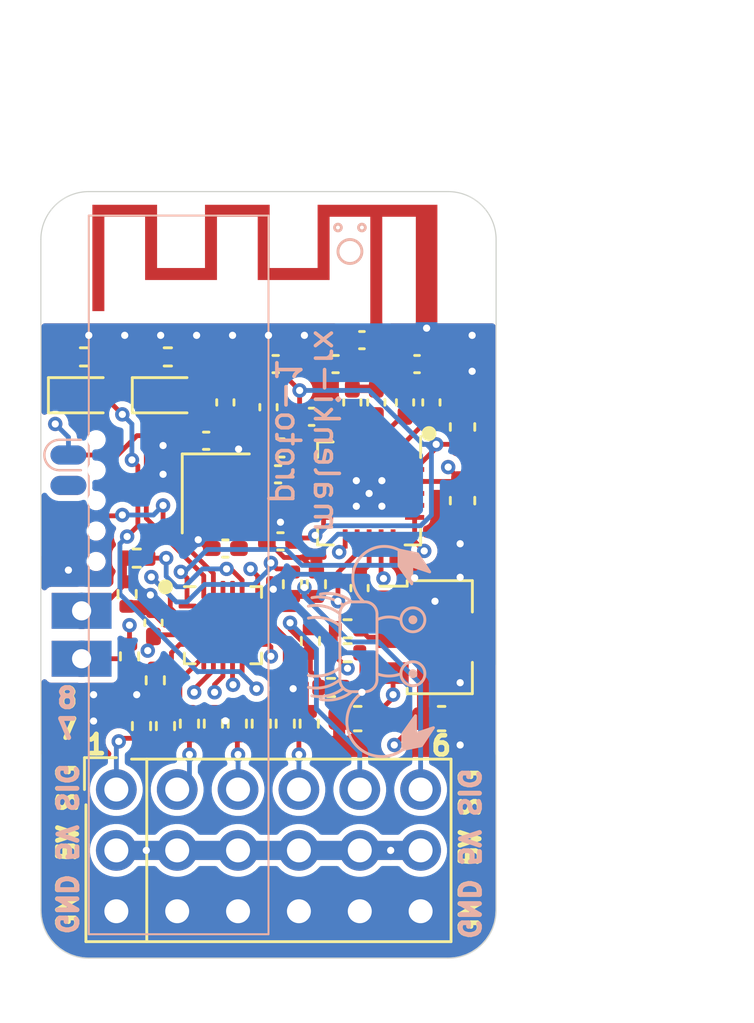
<source format=kicad_pcb>
(kicad_pcb (version 20241229) (generator "pcbnew") (generator_version "9.0")
  (title_block (title "Malenki-RX") (date "2026-01-03") (comment 4 "AISLER Project ID: JLTFPPLF"))
  (layers (0 "F.Cu" signal) (4 "In1.Cu" signal) (6 "In2.Cu" signal) (2 "B.Cu" signal) (13 "F.Paste" user) (15 "B.Paste" user) (5 "F.SilkS" user "F.Silkscreen") (7 "B.SilkS" user "B.Silkscreen") (1 "F.Mask" user) (3 "B.Mask" user) (25 "Edge.Cuts" user))
  (net 0 "")
  (net 1 "GND")
  (net 2 "/radio/ANT")
  (net 3 "VBAT")
  (net 4 "/radio/IMPMATCH")
  (net 5 "/radio/RFI")
  (net 6 "/radio/RFO")
  (net 7 "/radio/REGOA")
  (net 8 "/radio/VDA2")
  (net 9 "Net-(U1-XO)")
  (net 10 "Net-(U1-XI)")
  (net 11 "Net-(U1-RSSI)")
  (net 12 "Net-(U1-BPBG)")
  (net 13 "Net-(U1-VT)")
  (net 14 "Net-(C19-Pad1)")
  (net 15 "VLOGIC")
  (net 16 "Net-(U1-VDD_D)")
  (net 17 "TXDEBUG")
  (net 18 "Net-(D1-K)")
  (net 19 "UPDI")
  (net 20 "Net-(D2-K)")
  (net 23 "CH7")
  (net 24 "CH8")
  (net 25 "CH3")
  (net 26 "CH2")
  (net 27 "CH4")
  (net 28 "CH6")
  (net 29 "CH1")
  (net 30 "CH5")
  (net 33 "VSENSE")
  (net 35 "/C7")
  (net 36 "GIO1")
  (net 37 "SPI_SDIO")
  (net 38 "SPI_SCK")
  (net 39 "SPI_SCS")
  (net 40 "/C8")
  (net 41 "/C4")
  (net 42 "/C1")
  (net 43 "BLINKY")
  (net 44 "/C5")
  (net 45 "/C2")
  (net 46 "/C6")
  (net 47 "/C3")
  (footprint "Resistor_SMD:R_0402_1005Metric" (layer "F.Cu") (at 100.8 68.75)
    (property "Reference" "R4" (hide yes))
    (property "Value" "10k")
  )
  (footprint "Capacitor_SMD:C_0402_1005Metric_Pad0.74x0.62mm_HandSolder" (layer "F.Cu") (at 95.7 64.4 180)
    (property "Reference" "C14" (hide yes))
    (property "Value" "10pF")
  )
  (footprint "Resistor_SMD:R_0402_1005Metric" (layer "F.Cu") (at 99.5 65.89 90)
    (property "Reference" "R15" (hide yes))
    (property "Value" "10k" (hide yes))
  )
  (footprint "Resistor_SMD:R_0402_1005Metric" (layer "F.Cu") (at 97.2 71.71 90)
    (property "Reference" "R14" (hide yes))
    (property "Value" "470R" (hide yes))
  )
  (footprint "Resistor_SMD:R_0402_1005Metric" (layer "F.Cu") (at 93.3 56.4)
    (property "Reference" "R2" (hide yes))
    (property "Value" "1k")
  )
  (footprint "Package_DFN_QFN:VQFN-20-1EP_3x3mm_P0.4mm_EP1.7x1.7mm" (layer "F.Cu") (at 95.6 67.6)
    (property "Reference" "U3" (hide yes))
    (property "Value" "ATTiny1616-MNR")
  )
  (footprint "Capacitor_SMD:C_0402_1005Metric_Pad0.74x0.62mm_HandSolder" (layer "F.Cu") (at 94.9 59.9)
    (property "Reference" "C15" (hide yes))
    (property "Value" "10pF")
  )
  (footprint "malenki-nano:wirepad_2" (layer "F.Cu") (at 89.7 68 -90)
    (property "Reference" "J3" (hide yes))
    (property "Value" "Conn_01x02" (hide yes))
  )
  (footprint "Inductor_SMD:L_0402_1005Metric_Pad0.77x0.64mm_HandSolder" (layer "F.Cu") (at 99.3 58.9 180)
    (property "Reference" "L3" (hide yes))
    (property "Value" "4.7nH")
  )
  (footprint "new-moop-items:ServoHeader_3x06_P2.54mm_Vertical" (layer "F.Cu") (at 91.15 79.54 90)
    (property "Reference" "J4" (hide yes))
    (property "Value" "Conn_03x06")
  )
  (footprint "LED_SMD:LED_0603_1608Metric" (layer "F.Cu") (at 93.3 58)
    (property "Reference" "D2" (hide yes))
    (property "Value" "LED Red")
  )
  (footprint "Resistor_SMD:R_0402_1005Metric" (layer "F.Cu") (at 100.11 70.2)
    (property "Reference" "R18" (hide yes))
    (property "Value" "10k" (hide yes))
  )
  (footprint "Capacitor_SMD:C_0402_1005Metric_Pad0.74x0.62mm_HandSolder" (layer "F.Cu") (at 92.7 67.5 90)
    (property "Reference" "C4" (hide yes))
    (property "Value" "100nF")
  )
  (footprint "Capacitor_SMD:C_0402_1005Metric_Pad0.74x0.62mm_HandSolder" (layer "F.Cu") (at 103.2 58.3 90)
    (property "Reference" "C17" (hide yes))
    (property "Value" "100nF")
  )
  (footprint "Inductor_SMD:L_0402_1005Metric_Pad0.77x0.64mm_HandSolder" (layer "F.Cu") (at 103.7 56.7)
    (property "Reference" "L2" (hide yes))
    (property "Value" "4.7nH")
  )
  (footprint "Resistor_SMD:R_0402_1005Metric" (layer "F.Cu") (at 92 64.8)
    (property "Reference" "R6" (hide yes))
    (property "Value" "470R")
  )
  (footprint "Resistor_SMD:R_0402_1005Metric" (layer "F.Cu") (at 92.2 71.81 90)
    (property "Reference" "R16" (hide yes))
    (property "Value" "10k" (hide yes))
  )
  (footprint "Resistor_SMD:R_0402_1005Metric" (layer "F.Cu") (at 99.2 71.71 90)
    (property "Reference" "R12" (hide yes))
    (property "Value" "470R" (hide yes))
  )
  (footprint "Resistor_SMD:R_0402_1005Metric" (layer "F.Cu") (at 96.2 71.71 90)
    (property "Reference" "R20" (hide yes))
    (property "Value" "10k" (hide yes))
  )
  (footprint "Capacitor_SMD:C_0402_1005Metric_Pad0.74x0.62mm_HandSolder" (layer "F.Cu") (at 101 58.3 -90)
    (property "Reference" "C11" (hide yes))
    (property "Value" "10pF")
  )
  (footprint "Resistor_SMD:R_0402_1005Metric" (layer "F.Cu") (at 98.5 65.89 90)
    (property "Reference" "R9" (hide yes))
    (property "Value" "470R" (hide yes))
  )
  (footprint "Capacitor_SMD:C_0402_1005Metric_Pad0.74x0.62mm_HandSolder" (layer "F.Cu") (at 104.3 58.3 90)
    (property "Reference" "C16" (hide yes))
    (property "Value" "100nF")
  )
  (footprint "Resistor_SMD:R_0402_1005Metric" (layer "F.Cu") (at 91.6 66.3 -90)
    (property "Reference" "R8" (hide yes))
    (property "Value" "10k")
  )
  (footprint "Inductor_SMD:L_0402_1005Metric_Pad0.77x0.64mm_HandSolder" (layer "F.Cu") (at 101.4 55.7 180)
    (property "Reference" "L1" (hide yes))
    (property "Value" "2.7nH")
  )
  (footprint "Capacitor_SMD:C_0402_1005Metric_Pad0.74x0.62mm_HandSolder" (layer "F.Cu") (at 98 64.1 180)
    (property "Reference" "C22" (hide yes))
    (property "Value" "100nF")
  )
  (footprint "Capacitor_SMD:C_0402_1005Metric_Pad0.74x0.62mm_HandSolder" (layer "F.Cu") (at 97.5 58.5 90)
    (property "Reference" "C13" (hide yes))
    (property "Value" "100nF")
  )
  (footprint "Capacitor_SMD:C_0603_1608Metric" (layer "F.Cu") (at 101.225 71.5 180)
    (property "Reference" "C3" (hide yes))
    (property "Value" "10uF 25V" (hide yes))
  )
  (footprint "Resistor_SMD:R_0402_1005Metric" (layer "F.Cu") (at 94.2 71.71 90)
    (property "Reference" "R13" (hide yes))
    (property "Value" "470R" (hide yes))
  )
  (footprint "Resistor_SMD:R_0402_1005Metric" (layer "F.Cu") (at 93.2 71.81 90)
    (property "Reference" "R11" (hide yes))
    (property "Value" "470R" (hide yes))
  )
  (footprint "Resistor_SMD:R_0402_1005Metric" (layer "F.Cu") (at 92.775 69.9 -90)
    (property "Reference" "R7" (hide yes))
    (property "Value" "10k")
  )
  (footprint "Capacitor_SMD:C_0603_1608Metric" (layer "F.Cu") (at 104.725 71.5)
    (property "Reference" "C2" (hide yes))
    (property "Value" "10uF 25V" (hide yes))
  )
  (footprint "malenki-nano:malenki_antenna" (layer "F.Cu") (at 102 55.2)
    (property "Reference" "AE1" (hide yes))
    (property "Value" "~" (hide yes))
  )
  (footprint "Capacitor_SMD:C_0603_1608Metric" (layer "F.Cu") (at 105.6 59.325 90)
    (property "Reference" "C20" (hide yes))
    (property "Value" "2.2uF" (hide yes))
  )
  (footprint "Capacitor_SMD:C_0402_1005Metric_Pad0.74x0.62mm_HandSolder" (layer "F.Cu") (at 97.8 56.7 180)
    (property "Reference" "C12" (hide yes))
    (property "Value" "100nF")
  )
  (footprint "Capacitor_SMD:C_0402_1005Metric_Pad0.74x0.62mm_HandSolder" (layer "F.Cu") (at 101.3 66.05 -90)
    (property "Reference" "C23" (hide yes))
    (property "Value" "100nF")
  )
  (footprint "Resistor_SMD:R_0402_1005Metric" (layer "F.Cu") (at 98 60.2)
    (property "Reference" "R25" (hide yes))
    (property "Value" "200R")
  )
  (footprint "Capacitor_SMD:C_0603_1608Metric" (layer "F.Cu") (at 105.6 62.4 -90)
    (property "Reference" "C21" (hide yes))
    (property "Value" "2.2uF" (hide yes))
  )
  (footprint "Resistor_SMD:R_0402_1005Metric" (layer "F.Cu") (at 91.7 68.9 90)
    (property "Reference" "R5" (hide yes))
    (property "Value" "470R")
  )
  (footprint "Capacitor_SMD:C_0402_1005Metric_Pad0.74x0.62mm_HandSolder" (layer "F.Cu") (at 102 58.3 -90)
    (property "Reference" "C10" (hide yes))
    (property "Value" "22pF")
  )
  (footprint "Capacitor_SMD:C_0402_1005Metric_Pad0.74x0.62mm_HandSolder" (layer "F.Cu") (at 97.9 61.3)
    (property "Reference" "C18" (hide yes))
    (property "Value" "560pF")
  )
  (footprint "Resistor_SMD:R_0402_1005Metric" (layer "F.Cu") (at 98.2 71.71 90)
    (property "Reference" "R19" (hide yes))
    (property "Value" "10k" (hide yes))
  )
  (footprint "Capacitor_SMD:C_0402_1005Metric_Pad0.74x0.62mm_HandSolder" (layer "F.Cu") (at 100.3 56.7 180)
    (property "Reference" "C9" (hide yes))
    (property "Value" "1pF")
  )
  (footprint "Resistor_SMD:R_0402_1005Metric" (layer "F.Cu") (at 100.8 67.75 180)
    (property "Reference" "R3" (hide yes))
    (property "Value" "100k")
  )
  (footprint "Resistor_SMD:R_0402_1005Metric" (layer "F.Cu") (at 89.8 56.4)
    (property "Reference" "R1" (hide yes))
    (property "Value" "470R")
  )
  (footprint "Capacitor_SMD:C_0402_1005Metric_Pad0.74x0.62mm_HandSolder" (layer "F.Cu") (at 95.7 58.3 90)
    (property "Reference" "C19" (hide yes))
    (property "Value" "10nF")
  )
  (footprint "Crystal:Crystal_SMD_2520-4Pin_2.5x2.0mm" (layer "F.Cu") (at 95.3 62.1 -90)
    (property "Reference" "Y1" (hide yes))
    (property "Value" "16mhz Seiko Epson Q24FA20H0051200" (hide yes))
  )
  (footprint "Package_TO_SOT_SMD:SOT-89-3" (layer "F.Cu") (at 104.35 68.1)
    (property "Reference" "U2" (hide yes))
    (property "Value" "AP2204RA-3.3TRG1")
  )
  (footprint "Resistor_SMD:R_0402_1005Metric" (layer "F.Cu") (at 95.2 71.71 90)
    (property "Reference" "R17" (hide yes))
    (property "Value" "10k" (hide yes))
  )
  (footprint "Resistor_SMD:R_0402_1005Metric" (layer "F.Cu") (at 99.25 68.26 90)
    (property "Reference" "R10" (hide yes))
    (property "Value" "470R" (hide yes))
  )
  (footprint "LED_SMD:LED_0603_1608Metric" (layer "F.Cu") (at 89.8 58)
    (property "Reference" "D1" (hide yes))
    (property "Value" "LED Blue")
  )
  (footprint "malenki-nano:a7105-QFN-20" (layer "F.Cu") (at 101.7 62.1 -90)
    (property "Reference" "U1" (hide yes))
    (property "Value" "A7105" (hide yes))
  )
  (footprint "new-moop-items:Crab" (layer "B.Cu") (at 101.75 68.5 90)
    (property "Reference" "REF**" (hide yes))
    (property "Value" "Crab" (hide yes))
  )
  (footprint "malenki-nano:SOIC_clipProgSmall" (layer "B.Cu") (at 88.4 62.4 90)
    (property "Reference" "J2" (hide yes))
    (property "Value" "Conn_01x08_Male" (hide yes))
  )
  (gr_circle (center 93.2 66) (end 93.45 66) (stroke (width 0.12)) (fill yes) (layer "F.SilkS"))
  (gr_circle (center 104.2 59.6) (end 104.45 59.6) (stroke (width 0.12)) (fill yes) (layer "F.SilkS"))
  (gr_line (start 97.5 50.5) (end 97.5 80.5) (stroke (width 0.08382)) (layer "B.SilkS"))
  (gr_circle (center 100.4 51) (end 100.5 51.1) (stroke (width 0.12)) (fill no) (layer "B.SilkS"))
  (gr_circle (center 101.4 51) (end 101.5 51.1) (stroke (width 0.12)) (fill no) (layer "B.SilkS"))
  (gr_line (start 90 50.5) (end 97.5 50.5) (stroke (width 0.08382)) (layer "B.SilkS"))
  (gr_line (start 97.5 80.5) (end 90 80.5) (stroke (width 0.08382)) (layer "B.SilkS"))
  (gr_arc (start 100.4 52) (mid 101.4 52) (end 100.4 52) (stroke (width 0.12)) (layer "B.SilkS"))
  (gr_line (start 90 80.5) (end 90 50.5) (stroke (width 0.08382)) (layer "B.SilkS"))
  (gr_arc (start 88 51.5) (mid 88.585786 50.085786) (end 90 49.5) (stroke (width 0.05)) (layer "Edge.Cuts"))
  (gr_line (start 90 49.5) (end 105 49.5) (stroke (width 0.05)) (layer "Edge.Cuts"))
  (gr_arc (start 90 81.5) (mid 88.585786 80.914214) (end 88 79.5) (stroke (width 0.05)) (layer "Edge.Cuts"))
  (gr_line (start 88 79.5) (end 88 51.5) (stroke (width 0.05)) (layer "Edge.Cuts"))
  (gr_line (start 105 81.5) (end 90 81.5) (stroke (width 0.05)) (layer "Edge.Cuts"))
  (gr_arc (start 107 79.5) (mid 106.414214 80.914214) (end 105 81.5) (stroke (width 0.05)) (layer "Edge.Cuts"))
  (gr_line (start 107 51.5) (end 107 79.5) (stroke (width 0.05)) (layer "Edge.Cuts"))
  (gr_arc (start 105 49.5) (mid 106.414214 50.085786) (end 107 51.5) (stroke (width 0.05)) (layer "Edge.Cuts"))
  (gr_text "1" (at 89.8 73.05 0) (layer "F.SilkS") (effects (font (size 0.8 0.8) (thickness 0.2) (bold yes)) (justify left bottom)))
  (gr_text "6" (at 104.2 73.1 0) (layer "F.SilkS") (effects (font (size 0.8 0.8) (thickness 0.2) (bold yes)) (justify left bottom)))
  (gr_text "GND 5V SIG" (at 89.6 80.6 90) (layer "F.SilkS") (effects (font (size 0.8 0.8) (thickness 0.2) (bold yes)) (justify left bottom)))
  (gr_text "8\n7" (at 88.6 72.4 0) (layer "F.SilkS") (effects (font (size 0.8 0.8) (thickness 0.2) (bold yes)) (justify left bottom)))
  (gr_text "GND 5V SIG" (at 106.4 80.8 90) (layer "F.SilkS") (effects (font (size 0.8 0.8) (thickness 0.2) (bold yes)) (justify left bottom)))
  (gr_text "malenki-rx\nproto-1" (at 100.5 59.5 270) (layer "B.SilkS") (effects (font (size 1 1)) (justify top mirror)))
  (gr_text "GND 5V SIG" (at 88.6 80.6 270) (layer "B.SilkS") (effects (font (size 0.8 0.8) (thickness 0.2) (bold yes)) (justify left bottom mirror)))
  (gr_text "8\n7" (at 89.6 72.4 0) (layer "B.SilkS") (effects (font (size 0.8 0.8) (thickness 0.2) (bold yes)) (justify left bottom mirror)))
  (gr_text "GND 5V SIG" (at 105.4 80.8 270) (layer "B.SilkS") (effects (font (size 0.8 0.8) (thickness 0.2) (bold yes)) (justify left bottom mirror)))
  (segment (start 96.251784 60.248216) (end 96.251784 60.973216) (width 0.2) (layer "F.Cu") (net 1))
  (segment (start 98.2 70.579) (end 98.529 70.25) (width 0.2) (layer "F.Cu") (net 1))
  (segment (start 95.903568 59.9) (end 96.251784 60.248216) (width 0.2) (layer "F.Cu") (net 1))
  (segment (start 100.45 71.5) (end 100.5 71.5) (width 0.2) (layer "F.Cu") (net 1))
  (segment (start 102.7 64.725) (end 102.7 64) (width 0.2) (layer "F.Cu") (net 1))
  (segment (start 103.25 73.25) (end 103.9 72.6) (width 0.2) (layer "F.Cu") (net 1))
  (segment (start 90.31 56.4) (end 91.4 56.4) (width 0.2) (layer "F.Cu") (net 1))
  (segment (start 103.6 65.625) (end 103.6 66.05) (width 0.2) (layer "F.Cu") (net 1))
  (segment (start 97.3 57.7325) (end 97.5 57.9325) (width 0.2) (layer "F.Cu") (net 1))
  (segment (start 104.2725 56.7) (end 104.2725 55.3725) (width 0.2) (layer "F.Cu") (net 1))
  (segment (start 92.6 67.02) (end 92.6 66.366251) (width 0.2) (layer "F.Cu") (net 1))
  (segment (start 97.4325 63.8675) (end 98 63.3) (width 0.2) (layer "F.Cu") (net 1))
  (segment (start 104.3 56.7275) (end 104.2725 56.7) (width 0.2) (layer "F.Cu") (net 1))
  (segment (start 96.251784 60.973216) (end 96 61.225) (width 0.2) (layer "F.Cu") (net 1))
  (segment (start 105.2675 57.7325) (end 105.6 57.4) (width 0.2) (layer "F.Cu") (net 1))
  (segment (start 103.0325 66.6175) (end 101.3 66.6175) (width 0.2) (layer "F.Cu") (net 1))
  (segment (start 93.8 62.6) (end 94.175 62.975) (width 0.2) (layer "F.Cu") (net 1))
  (segment (start 100.62 70.2) (end 101.2 70.2) (width 0.2) (layer "F.Cu") (net 1))
  (segment (start 101.4 68.84) (end 101.31 68.75) (width 0.2) (layer "F.Cu") (net 1))
  (segment (start 95.8 56.7) (end 95.5 56.4) (width 0.2) (layer "F.Cu") (net 1))
  (segment (start 95.2 71.2) (end 95.7 71.2) (width 0.2) (layer "F.Cu") (net 1))
  (segment (start 95.1325 64.4) (end 95.1325 63.5075) (width 0.2) (layer "F.Cu") (net 1))
  (segment (start 93.81 55.81) (end 93.5 55.5) (width 0.2) (layer "F.Cu") (net 1))
  (segment (start 95.5 56.4) (end 93.81 56.4) (width 0.2) (layer "F.Cu") (net 1))
  (segment (start 104.2725 56.7) (end 105.7 56.7) (width 0.2) (layer "F.Cu") (net 1))
  (segment (start 92 70.5) (end 92 71.1) (width 0.2) (layer "F.Cu") (net 1))
  (segment (start 106 57) (end 106 55.5) (width 0.2) (layer "F.Cu") (net 1))
  (segment (start 102.25 73.25) (end 103.25 73.25) (width 0.2) (layer "F.Cu") (net 1))
  (segment (start 94.15 67.6) (end 93.18 67.6) (width 0.2) (layer "F.Cu") (net 1))
  (segment (start 104.3 57.7325) (end 105.2675 57.7325) (width 0.2) (layer "F.Cu") (net 1))
  (segment (start 105.7 56.7) (end 106 57) (width 0.2) (layer "F.Cu") (net 1))
  (segment (start 105.6 64.1) (end 105.5 64.2) (width 0.2) (layer "F.Cu") (net 1))
  (segment (start 102.7 66.6) (end 104.45 66.6) (width 0.2) (layer "F.Cu") (net 1))
  (segment (start 101.4 70.4) (end 101.4 70.55) (width 0.2) (layer "F.Cu") (net 1))
  (segment (start 97.2325 56.7) (end 95.8 56.7) (width 0.2) (layer "F.Cu") (net 1))
  (segment (start 92.6 66.366251) (end 92.571639 66.33789) (width 0.2) (layer "F.Cu") (net 1))
  (segment (start 91.15 79.54) (end 103.85 79.54) (width 0.8) (layer "F.Cu") (net 1))
  (segment (start 104.3 57.7325) (end 104.3 56.7275) (width 0.2) (layer "F.Cu") (net 1))
  (segment (start 97.4325 64.1) (end 97.4325 63.8675) (width 0.2) (layer "F.Cu") (net 1))
  (segment (start 92 71.1) (end 92.2 71.3) (width 0.2) (layer "F.Cu") (net 1))
  (segment (start 95.1325 63.5075) (end 94.6 62.975) (width 0.2) (layer "F.Cu") (net 1))
  (segment (start 91.6 66.81) (end 92.5775 66.81) (width 0.2) (layer "F.Cu") (net 1))
  (segment (start 105.6 58.55) (end 105.6 57.4) (width 0.2) (layer "F.Cu") (net 1))
  (segment (start 92.3 55.5) (end 93.5 55.5) (width 0.2) (layer "F.Cu") (net 1))
  (segment (start 91.4 56.4) (end 92.3 55.5) (width 0.2) (layer "F.Cu") (net 1))
  (segment (start 104.2725 55.3725) (end 104.1 55.2) (width 0.2) (layer "F.Cu") (net 1))
  (segment (start 95.7 71.589046) (end 95.701712 71.590758) (width 0.2) (layer "F.Cu") (net 1))
  (segment (start 95.4675 59.9) (end 95.903568 59.9) (width 0.2) (layer "F.Cu") (net 1))
  (segment (start 96.4 57.7325) (end 96.4 56.8) (width 0.2) (layer "F.Cu") (net 1))
  (segment (start 95.7 71.2) (end 96.2 71.2) (width 0.2) (layer "F.Cu") (net 1))
  (segment (start 103.6 66.05) (end 103.0325 66.6175) (width 0.2) (layer "F.Cu") (net 1))
  (segment (start 93.1 61.3) (end 93.8 62) (width 0.2) (layer "F.Cu") (net 1))
  (segment (start 96.4 56.8) (end 96.5 56.7) (width 0.2) (layer "F.Cu") (net 1))
  (segment (start 94.175 62.975) (end 94.6 62.975) (width 0.2) (layer "F.Cu") (net 1))
  (segment (start 97.479232 64.1) (end 97.4325 64.1) (width 0.2) (layer "F.Cu") (net 1))
  (segment (start 93.81 56.4) (end 93.81 55.81) (width 0.2) (layer "F.Cu") (net 1))
  (segment (start 101.4 70.55) (end 100.45 71.5) (width 0.2) (layer "F.Cu") (net 1))
  (segment (start 101.4 70.4) (end 101.4 68.84) (width 0.2) (layer "F.Cu") (net 1))
  (segment (start 100.5 71.5) (end 102.25 73.25) (width 0.2) (layer "F.Cu") (net 1))
  (segment (start 105.6 57.4) (end 106 57) (width 0.2) (layer "F.Cu") (net 1))
  (segment (start 98.2 71.2) (end 98.2 70.579) (width 0.2) (layer "F.Cu") (net 1))
  (segment (start 93.8 62) (end 93.8 62.6) (width 0.2) (layer "F.Cu") (net 1))
  (segment (start 105.6 63.175) (end 105.6 64.1) (width 0.2) (layer "F.Cu") (net 1))
  (segment (start 101.2 70.2) (end 101.4 70.4) (width 0.2) (layer "F.Cu") (net 1))
  (segment (start 101.133334 61.6) (end 101.166667 61.566667) (width 0.2) (layer "F.Cu") (net 1))
  (segment (start 98.891768 64.771768) (end 98.151 64.771768) (width 0.2) (layer "F.Cu") (net 1))
  (segment (start 94.935552 64.4) (end 94.567776 64.032224) (width 0.2) (layer "F.Cu") (net 1))
  (segment (start 103.2 57.7325) (end 104.3 57.7325) (width 0.2) (layer "F.Cu") (net 1))
  (segment (start 98.151 64.771768) (end 97.479232 64.1) (width 0.2) (layer "F.Cu") (net 1))
  (segment (start 94.15 67.6) (end 95.6 67.6) (width 0.2) (layer "F.Cu") (net 1))
  (segment (start 96.5 56.7) (end 97.2325 56.7) (width 0.2) (layer "F.Cu") (net 1))
  (segment (start 96.251784 60.248216) (end 97.303568 61.3) (width 0.2) (layer "F.Cu") (net 1))
  (segment (start 97.303568 61.3) (end 97.3325 61.3) (width 0.2) (layer "F.Cu") (net 1))
  (segment (start 92.775 70.41) (end 92.685 70.5) (width 0.2) (layer "F.Cu") (net 1))
  (segment (start 103.6 65.625) (end 102.7 64.725) (width 0.2) (layer "F.Cu") (net 1))
  (segment (start 99.5 65.38) (end 98.891768 64.771768) (width 0.2) (layer "F.Cu") (net 1))
  (segment (start 95.7 71.2) (end 95.7 71.589046) (width 0.2) (layer "F.Cu") (net 1))
  (segment (start 96.4 57.7325) (end 97.3 57.7325) (width 0.2) (layer "F.Cu") (net 1))
  (segment (start 95.7 57.7325) (end 96.4 57.7325) (width 0.2) (layer "F.Cu") (net 1))
  (segment (start 93.18 67.6) (end 92.6 67.02) (width 0.2) (layer "F.Cu") (net 1))
  (segment (start 95.1325 64.4) (end 94.935552 64.4) (width 0.2) (layer "F.Cu") (net 1))
  (segment (start 92.685 70.5) (end 92 70.5) (width 0.2) (layer "F.Cu") (net 1))
  (segment (start 99.8 61.6) (end 101.133334 61.6) (width 0.2) (layer "F.Cu") (net 1))
  (segment (start 92.5775 66.81) (end 92.7 66.9325) (width 0.2) (layer "F.Cu") (net 1))
  (segment (start 103.9 72.6) (end 105.5 72.6) (width 0.2) (layer "F.Cu") (net 1))
  (via (at 95.701712 71.590758) (size 0.6) (drill 0.3) (layers "F.Cu" "B.Cu") (net 1))
  (via (at 92.571639 66.33789) (size 0.6) (drill 0.3) (layers "F.Cu" "B.Cu") (net 1))
  (via (at 106 55.5) (size 0.6) (drill 0.3) (layers "F.Cu" "B.Cu") (net 1))
  (via (at 97.5 55.5) (size 0.6) (drill 0.3) (layers "F.Cu" "B.Cu") (net 1))
  (via (at 90.2 71.6) (size 0.6) (drill 0.3) (layers "F.Cu" "B.Cu") (net 1))
  (via (at 96 55.5) (size 0.6) (drill 0.3) (layers "F.Cu" "B.Cu") (net 1))
  (via (at 98.529 70.25) (size 0.6) (drill 0.3) (layers "F.Cu" "B.Cu") (net 1))
  (via (at 105.5 72.6) (size 0.6) (drill 0.3) (layers "F.Cu" "B.Cu") (net 1))
  (via (at 104.45 66.6) (size 0.6) (drill 0.3) (layers "F.Cu" "B.Cu") (net 1))
  (via (at 90 55.5) (size 0.6) (drill 0.3) (layers "F.Cu" "B.Cu") (net 1))
  (via (at 93.1 60.1) (size 0.6) (drill 0.3) (layers "F.Cu" "B.Cu") (net 1))
  (via (at 98 63.3) (size 0.6) (drill 0.3) (layers "F.Cu" "B.Cu") (net 1))
  (via (at 106 57) (size 0.6) (drill 0.3) (layers "F.Cu" "B.Cu") (net 1))
  (via (at 93.1 61.3) (size 0.6) (drill 0.3) (layers "F.Cu" "B.Cu") (net 1))
  (via (at 89.1495 65.3) (size 0.6) (drill 0.3) (layers "F.Cu" "B.Cu") (net 1))
  (via (at 94.567776 64.032224) (size 0.6) (drill 0.3) (layers "F.Cu" "B.Cu") (net 1))
  (via (at 105.5 70) (size 0.6) (drill 0.3) (layers "F.Cu" "B.Cu") (net 1))
  (via (at 92 70.5) (size 0.6) (drill 0.3) (layers "F.Cu" "B.Cu") (net 1))
  (via (at 99 55.5) (size 0.6) (drill 0.3) (layers "F.Cu" "B.Cu") (net 1))
  (via (at 91.5 55.5) (size 0.6) (drill 0.3) (layers "F.Cu" "B.Cu") (net 1))
  (via (at 105.5 65.6) (size 0.6) (drill 0.3) (layers "F.Cu" "B.Cu") (net 1))
  (via (at 105.5 64.2) (size 0.6) (drill 0.3) (layers "F.Cu" "B.Cu") (net 1))
  (via (at 96.251784 60.248216) (size 0.6) (drill 0.3) (layers "F.Cu" "B.Cu") (net 1))
  (via (at 101.4 70.4) (size 0.6) (drill 0.3) (layers "F.Cu" "B.Cu") (net 1))
  (via (at 90.2 70.5) (size 0.6) (drill 0.3) (layers "F.Cu" "B.Cu") (net 1))
  (via (at 103.6 65.625) (size 0.6) (drill 0.3) (layers "F.Cu" "B.Cu") (net 1))
  (via (at 93 55.5) (size 0.6) (drill 0.3) (layers "F.Cu" "B.Cu") (net 1))
  (via (at 94.5 55.5) (size 0.6) (drill 0.3) (layers "F.Cu" "B.Cu") (net 1))
  (via (at 97.7 66.1) (size 0.6) (drill 0.3) (layers "F.Cu" "B.Cu") (net 1))
  (segment (start 100.474 65.474) (end 101.6 66.6) (width 0.2) (layer "B.Cu") (net 1))
  (segment (start 103.4 73.1) (end 102.6 73.9) (width 0.2) (layer "B.Cu") (net 1))
  (segment (start 101.5 69.6) (end 102.8 69.6) (width 0.2) (layer "B.Cu") (net 1))
  (segment (start 97.7 66.1) (end 98.326 65.474) (width 0.2) (layer "B.Cu") (net 1))
  (segment (start 105.5 75.5) (end 105.3 75.7) (width 0.2) (layer "B.Cu") (net 1))
  (segment (start 105.101 63.801) (end 105.5 64.2) (width 0.2) (layer "B.Cu") (net 1))
  (segment (start 99.3 64.6) (end 99.6 64.6) (width 0.2) (layer "B.Cu") (net 1))
  (segment (start 89.15 63.035) (end 89.15 64.305) (width 0.2) (layer "B.Cu") (net 1))
  (segment (start 101.25 68.75) (end 100.5 68.75) (width 0.2) (layer "B.Cu") (net 1))
  (segment (start 101.6 66.6) (end 102.625 66.6) (width 0.2) (layer "B.Cu") (net 1))
  (segment (start 89.1495 65.3) (end 89.15 65.2995) (width 0.2) (layer "B.Cu") (net 1))
  (segment (start 101.31 79.54) (end 91.15 79.54) (width 0.8) (layer "B.Cu") (net 1))
  (segment (start 101.5 69.5) (end 101.5 69) (width 0.2) (layer "B.Cu") (net 1))
  (segment (start 98 63.3) (end 99.3 64.6) (width 0.2) (layer "B.Cu") (net 1))
  (segment (start 103.6 65.625) (end 102.625 66.6) (width 0.2) (layer "B.Cu") (net 1))
  (segment (start 103.85 79.54) (end 101.31 79.54) (width 0.8) (layer "B.Cu") (net 1))
  (segment (start 97.85 66.1) (end 97.7 66.1) (width 0.2) (layer "B.Cu") (net 1))
  (segment (start 101.5 69) (end 101.25 68.75) (width 0.2) (layer "B.Cu") (net 1))
  (segment (start 101.5 69.6) (end 101.5 69.5) (width 0.2) (layer "B.Cu") (net 1))
  (segment (start 89.15 65.2995) (end 89.15 64.305) (width 0.2) (layer "B.Cu") (net 1))
  (segment (start 102.6 73.9) (end 102.6 75.5) (width 0.2) (layer "B.Cu") (net 1))
  (segment (start 101.5 70.3) (end 101.5 69.6) (width 0.2) (layer "B.Cu") (net 1))
  (segment (start 99.6 64.6) (end 100.399 63.801) (width 0.2) (layer "B.Cu") (net 1))
  (segment (start 100.5 68.75) (end 97.85 66.1) (width 0.2) (layer "B.Cu") (net 1))
  (segment (start 102.8 75.7) (end 105.3 75.7) (width 0.2) (layer "B.Cu") (net 1))
  (segment (start 105.5 72.6) (end 105.5 75.5) (width 0.2) (layer "B.Cu") (net 1))
  (segment (start 98.326 65.474) (end 100.474 65.474) (width 0.2) (layer "B.Cu") (net 1))
  (segment (start 101.4 70.4) (end 101.5 70.3) (width 0.2) (layer "B.Cu") (net 1))
  (segment (start 102.8 69.6) (end 103.4 70.2) (width 0.2) (layer "B.Cu") (net 1))
  (segment (start 103.4 70.2) (end 103.4 73.1) (width 0.2) (layer "B.Cu") (net 1))
  (segment (start 102.6 75.5) (end 102.8 75.7) (width 0.2) (layer "B.Cu") (net 1))
  (segment (start 100.399 63.801) (end 105.101 63.801) (width 0.2) (layer "B.Cu") (net 1))
  (segment (start 102 55.6725) (end 102 55) (width 0.5) (layer "F.Cu") (net 2))
  (segment (start 102.7875 68.1) (end 101.66 68.1) (width 0.2) (layer "F.Cu") (net 3))
  (segment (start 103.95 68.95) (end 103.1 68.1) (width 0.5) (layer "F.Cu") (net 3))
  (segment (start 103.85 77) (end 102.6 77) (width 0.8) (layer "F.Cu") (net 3))
  (segment (start 103.95 71.5) (end 103.95 68.95) (width 0.5) (layer "F.Cu") (net 3))
  (segment (start 101.66 68.1) (end 101.31 67.75) (width 0.2) (layer "F.Cu") (net 3))
  (segment (start 92.4 77) (end 91.15 77) (width 0.8) (layer "F.Cu") (net 3))
  (segment (start 103.95 71.5) (end 103.85 71.5) (width 0.2) (layer "F.Cu") (net 3))
  (segment (start 102.6 77) (end 92.4 77) (width 0.8) (layer "F.Cu") (net 3))
  (segment (start 103.85 71.5) (end 102.75 72.6) (width 0.2) (layer "F.Cu") (net 3))
  (segment (start 103.1 68.1) (end 102.7875 68.1) (width 0.5) (layer "F.Cu") (net 3))
  (via (at 92.4 77) (size 0.6) (drill 0.3) (layers "F.Cu" "B.Cu") (net 3))
  (via (at 102.75 72.6) (size 0.6) (drill 0.3) (layers "F.Cu" "B.Cu") (net 3))
  (via (at 88.6 59.2) (size 0.6) (drill 0.3) (layers "F.Cu" "B.Cu") (net 3))
  (via (at 102.6 77) (size 0.6) (drill 0.3) (layers "F.Cu" "B.Cu") (net 3))
  (segment (start 89.15 60.495) (end 89.15 59.75) (width 0.2) (layer "B.Cu") (net 3))
  (segment (start 91.15 77) (end 92.4 77) (width 0.8) (layer "B.Cu") (net 3))
  (segment (start 89.15 59.75) (end 88.6 59.2) (width 0.2) (layer "B.Cu") (net 3))
  (segment (start 102.6 77) (end 103.85 77) (width 0.8) (layer "B.Cu") (net 3))
  (segment (start 92.4 77) (end 102.6 77) (width 0.8) (layer "B.Cu") (net 3))
  (segment (start 100.8675 56.7) (end 100.8675 55.74) (width 0.35) (layer "F.Cu") (net 4))
  (segment (start 103.0325 56.7) (end 102 57.7325) (width 0.35) (layer "F.Cu") (net 4))
  (segment (start 101 57.7325) (end 101 56.8325) (width 0.35) (layer "F.Cu") (net 4))
  (segment (start 103.1275 56.7) (end 103.0325 56.7) (width 0.35) (layer "F.Cu") (net 4))
  (segment (start 101 56.8325) (end 100.8675 56.7) (width 0.35) (layer "F.Cu") (net 4))
  (segment (start 102 57.7325) (end 101 57.7325) (width 0.35) (layer "F.Cu") (net 4))
  (segment (start 100.8675 55.74) (end 100.8275 55.7) (width 0.35) (layer "F.Cu") (net 4))
  (segment (start 101.7 59.1675) (end 102 58.8675) (width 0.3) (layer "F.Cu") (net 5))
  (segment (start 101.7 60.2) (end 101.7 59.1675) (width 0.3) (layer "F.Cu") (net 5))
  (segment (start 101.2 60.2) (end 101.2 59.0675) (width 0.3) (layer "F.Cu") (net 6))
  (segment (start 99.8725 58.9) (end 100.9675 58.9) (width 0.35) (layer "F.Cu") (net 6))
  (segment (start 101.2 59.0675) (end 101 58.8675) (width 0.3) (layer "F.Cu") (net 6))
  (segment (start 100.9675 58.9) (end 101 58.8675) (width 0.35) (layer "F.Cu") (net 6))
  (segment (start 105.55 60.05) (end 105.6 60.1) (width 0.2) (layer "F.Cu") (net 7))
  (segment (start 99.8 63.5) (end 99.8 63.1) (width 0.2) (layer "F.Cu") (net 7))
  (segment (start 98.8 57.8) (end 98.8 58.8275) (width 0.2) (layer "F.Cu") (net 7))
  (segment (start 104.5 60.05) (end 104.5 60.2) (width 0.2) (layer "F.Cu") (net 7))
  (segment (start 104.5 60.2) (end 103.6 61.1) (width 0.2) (layer "F.Cu") (net 7))
  (segment (start 98.8 58.8275) (end 98.7275 58.9) (width 0.2) (layer "F.Cu") (net 7))
  (segment (start 104.5 60.05) (end 105.55 60.05) (width 0.2) (layer "F.Cu") (net 7))
  (segment (start 99.45 63.85) (end 99.34 63.96) (width 0.2) (layer "F.Cu") (net 7))
  (segment (start 98.3675 57.3675) (end 98.8 57.8) (width 0.2) (layer "F.Cu") (net 7))
  (segment (start 99.34 63.96) (end 98.5675 63.96) (width 0.2) (layer "F.Cu") (net 7))
  (segment (start 98.3675 56.7) (end 98.3675 57.3675) (width 0.2) (layer "F.Cu") (net 7))
  (segment (start 99.45 63.85) (end 99.8 63.5) (width 0.2) (layer "F.Cu") (net 7))
  (via (at 104.5 60.05) (size 0.6) (drill 0.3) (layers "F.Cu" "B.Cu") (net 7))
  (via (at 98.8 57.8) (size 0.6) (drill 0.3) (layers "F.Cu" "B.Cu") (net 7))
  (via (at 99.45 63.85) (size 0.6) (drill 0.3) (layers "F.Cu" "B.Cu") (net 7))
  (segment (start 101.7 57.8) (end 98.8 57.8) (width 0.2) (layer "B.Cu") (net 7))
  (segment (start 104.3 60.25) (end 104.5 60.05) (width 0.2) (layer "B.Cu") (net 7))
  (segment (start 103.95 60.05) (end 101.7 57.8) (width 0.2) (layer "B.Cu") (net 7))
  (segment (start 104.5 60.05) (end 103.95 60.05) (width 0.2) (layer "B.Cu") (net 7))
  (segment (start 99.55 63.85) (end 99.45 63.85) (width 0.2) (layer "B.Cu") (net 7))
  (segment (start 103.85 63.45) (end 99.95 63.45) (width 0.2) (layer "B.Cu") (net 7))
  (segment (start 99.95 63.45) (end 99.55 63.85) (width 0.2) (layer "B.Cu") (net 7))
  (segment (start 104.3 63) (end 103.85 63.45) (width 0.2) (layer "B.Cu") (net 7))
  (segment (start 103.95 60.05) (end 104.1 60.05) (width 0.2) (layer "B.Cu") (net 7))
  (segment (start 104.3 60.25) (end 104.3 63) (width 0.2) (layer "B.Cu") (net 7))
  (segment (start 104.1 60.05) (end 104.3 60.25) (width 0.2) (layer "B.Cu") (net 7))
  (segment (start 100.02001 59.52001) (end 97.95251 59.52001) (width 0.2) (layer "F.Cu") (net 8))
  (segment (start 100.7 60.2) (end 100.02001 59.52001) (width 0.2) (layer "F.Cu") (net 8))
  (segment (start 97.95251 59.52001) (end 97.5 59.0675) (width 0.2) (layer "F.Cu") (net 8))
  (segment (start 96.375 62.6) (end 96 62.975) (width 0.2) (layer "F.Cu") (net 9))
  (segment (start 96.2675 64.4) (end 96.2675 63.2425) (width 0.2) (layer "F.Cu") (net 9))
  (segment (start 99.8 62.6) (end 96.375 62.6) (width 0.2) (layer "F.Cu") (net 9))
  (segment (start 96.2675 63.2425) (end 96 62.975) (width 0.2) (layer "F.Cu") (net 9))
  (segment (start 94.3325 60.9575) (end 94.6 61.225) (width 0.2) (layer "F.Cu") (net 10))
  (segment (start 95.4 62.1) (end 94.6 61.3) (width 0.2) (layer "F.Cu") (net 10))
  (segment (start 94.6 61.3) (end 94.6 61.225) (width 0.2) (layer "F.Cu") (net 10))
  (segment (start 99.8 62.1) (end 95.4 62.1) (width 0.2) (layer "F.Cu") (net 10))
  (segment (start 94.3325 59.9) (end 94.3325 60.9575) (width 0.2) (layer "F.Cu") (net 10))
  (segment (start 102.7 60.2) (end 102.9675 60.2) (width 0.2) (layer "F.Cu") (net 11))
  (segment (start 102.9675 60.2) (end 104.3 58.8675) (width 0.2) (layer "F.Cu") (net 11))
  (segment (start 102.2 60.2) (end 102.2 59.749998) (width 0.2) (layer "F.Cu") (net 12))
  (segment (start 102.2 59.749998) (end 103.082498 58.8675) (width 0.2) (layer "F.Cu") (net 12))
  (segment (start 103.082498 58.8675) (end 103.2 58.8675) (width 0.2) (layer "F.Cu") (net 12))
  (segment (start 99.8 61.1) (end 98.6675 61.1) (width 0.2) (layer "F.Cu") (net 13))
  (segment (start 98.4975 61.27) (end 98.4675 61.3) (width 0.2) (layer "F.Cu") (net 13))
  (segment (start 98.4975 60.2) (end 98.4975 61.27) (width 0.2) (layer "F.Cu") (net 13))
  (segment (start 98.6675 61.1) (end 98.4675 61.3) (width 0.2) (layer "F.Cu") (net 13))
  (segment (start 97.0325 60.2) (end 95.7 58.8675) (width 0.2) (layer "F.Cu") (net 14))
  (segment (start 97.3025 60.2) (end 97.0325 60.2) (width 0.2) (layer "F.Cu") (net 14))
  (segment (start 92.461444 68.661444) (end 92.6 68.522888) (width 0.2) (layer "F.Cu") (net 15))
  (segment (start 103.6 61.6) (end 105.575 61.6) (width 0.2) (layer "F.Cu") (net 15))
  (segment (start 102.7 70.625) (end 102.7 70.5) (width 0.2) (layer "F.Cu") (net 15))
  (segment (start 102.7 70.5) (end 102.7 69.6) (width 0.2) (layer "F.Cu") (net 15))
  (segment (start 102 71.325) (end 102.7 70.625) (width 0.2) (layer "F.Cu") (net 15))
  (segment (start 92.6 68.522888) (end 92.6 67.98) (width 0.2) (layer "F.Cu") (net 15))
  (segment (start 92.6 67.98) (end 92.62 68) (width 0.2) (layer "F.Cu") (net 15))
  (segment (start 92.62 68) (end 94.15 68) (width 0.2) (layer "F.Cu") (net 15))
  (segment (start 105.575 61.6) (end 105.6 61.625) (width 0.2) (layer "F.Cu") (net 15))
  (segment (start 105 61) (end 105 61.025) (width 0.2) (layer "F.Cu") (net 15))
  (segment (start 105 61.025) (end 105.6 61.625) (width 0.2) (layer "F.Cu") (net 15))
  (via (at 102.7 70.5) (size 0.6) (drill 0.3) (layers "F.Cu" "B.Cu") (net 15))
  (via (at 105 61) (size 0.6) (drill 0.3) (layers "F.Cu" "B.Cu") (net 15))
  (via (at 92.461444 68.661444) (size 0.6) (drill 0.3) (layers "F.Cu" "B.Cu") (net 15))
  (segment (start 101.3 65.4825) (end 101.7 65.0825) (width 0.2) (layer "F.Cu") (net 16))
  (segment (start 101.7 65.0825) (end 101.7 64) (width 0.2) (layer "F.Cu") (net 16))
  (segment (start 92.4 59.6875) (end 94.0875 58) (width 0.2) (layer "F.Cu") (net 17))
  (segment (start 94.8 66.15) (end 94.8 65.53655) (width 0.2) (layer "F.Cu") (net 17))
  (segment (start 89.15 60.495) (end 91.205 60.495) (width 0.2) (layer "F.Cu") (net 17))
  (segment (start 91.205 60.495) (end 92.0125 59.6875) (width 0.2) (layer "F.Cu") (net 17))
  (segment (start 92.0125 59.6875) (end 92.4 59.6875) (width 0.2) (layer "F.Cu") (net 17))
  (segment (start 92.4 63.13655) (end 92.4 59.6875) (width 0.2) (layer "F.Cu") (net 17))
  (segment (start 94.8 65.53655) (end 92.4 63.13655) (width 0.2) (layer "F.Cu") (net 17))
  (segment (start 89.29 56.4) (end 89.0125 56.6775) (width 0.2) (layer "F.Cu") (net 18))
  (segment (start 89.0125 56.6775) (end 89.0125 58) (width 0.2) (layer "F.Cu") (net 18))
  (segment (start 91.365 63.035) (end 91.4 63) (width 0.2) (layer "F.Cu") (net 19))
  (segment (start 91.2505 63) (end 91.2155 63.035) (width 0.2) (layer "F.Cu") (net 19))
  (segment (start 93.1 63.34156) (end 93.1 62.6) (width 0.2) (layer "F.Cu") (net 19))
  (segment (start 89.15 63.035) (end 91.365 63.035) (width 0.2) (layer "F.Cu") (net 19))
  (segment (start 95.2 65.44156) (end 93.1 63.34156) (width 0.2) (layer "F.Cu") (net 19))
  (segment (start 95.2 66.15) (end 95.2 65.44156) (width 0.2) (layer "F.Cu") (net 19))
  (via (at 91.4 63) (size 0.6) (drill 0.3) (layers "F.Cu" "B.Cu") (net 19))
  (via (at 93.1 62.6) (size 0.6) (drill 0.3) (layers "F.Cu" "B.Cu") (net 19))
  (segment (start 91.4 63) (end 92.7 63) (width 0.2) (layer "B.Cu") (net 19))
  (segment (start 92.7 63) (end 93.1 62.6) (width 0.2) (layer "B.Cu") (net 19))
  (segment (start 92.5125 56.6775) (end 92.5125 58) (width 0.2) (layer "F.Cu") (net 20))
  (segment (start 92.79 56.4) (end 92.5125 56.6775) (width 0.2) (layer "F.Cu") (net 20))
  (segment (start 91.29 69) (end 89.7 69) (width 0.2) (layer "F.Cu") (net 23))
  (segment (start 92.755 69.41) (end 92.775 69.39) (width 0.2) (layer "F.Cu") (net 23))
  (segment (start 91.7 69.41) (end 91.29 69) (width 0.2) (layer "F.Cu") (net 23))
  (segment (start 91.7 69.41) (end 92.755 69.41) (width 0.2) (layer "F.Cu") (net 23))
  (segment (start 90.39 67) (end 89.7 67) (width 0.2) (layer "F.Cu") (net 24))
  (segment (start 91.49 64.8) (end 91.49 65.9) (width 0.2) (layer "F.Cu") (net 24))
  (segment (start 91.49 65.9) (end 90.39 67) (width 0.2) (layer "F.Cu") (net 24))
  (segment (start 96.2 72.22) (end 97.2 72.22) (width 0.2) (layer "F.Cu") (net 25))
  (segment (start 96.2 72.97) (end 96.23 73) (width 0.2) (layer "F.Cu") (net 25))
  (segment (start 96.2 72.22) (end 96.2 72.97) (width 0.2) (layer "F.Cu") (net 25))
  (via (at 96.23 73) (size 0.6) (drill 0.3) (layers "F.Cu" "B.Cu") (net 25))
  (segment (start 96.23 73) (end 96.23 74.46) (width 0.2) (layer "B.Cu") (net 25))
  (segment (start 94.2 72.22) (end 94.2 73) (width 0.2) (layer "F.Cu") (net 26))
  (segment (start 94.2 72.22) (end 95.2 72.22) (width 0.2) (layer "F.Cu") (net 26))
  (via (at 94.2 73) (size 0.6) (drill 0.3) (layers "F.Cu" "B.Cu") (net 26))
  (segment (start 94.2 73) (end 94.2 73.95) (width 0.2) (layer "B.Cu") (net 26))
  (segment (start 94.2 73.95) (end 93.69 74.46) (width 0.2) (layer "B.Cu") (net 26))
  (segment (start 98.77 72.25) (end 98.8 72.22) (width 0.2) (layer "F.Cu") (net 27))
  (segment (start 98.8 72.22) (end 99.2 72.22) (width 0.2) (layer "F.Cu") (net 27))
  (segment (start 98.2 72.22) (end 98.8 72.22) (width 0.2) (layer "F.Cu") (net 27))
  (segment (start 98.77 73) (end 98.77 72.25) (width 0.2) (layer "F.Cu") (net 27))
  (via (at 98.77 73) (size 0.6) (drill 0.3) (layers "F.Cu" "B.Cu") (net 27))
  (segment (start 98.77 73) (end 98.77 74.46) (width 0.2) (layer "B.Cu") (net 27))
  (segment (start 99 66.025) (end 99 66.4) (width 0.2) (layer "F.Cu") (net 28))
  (segment (start 99 66.4) (end 99 66) (width 0.2) (layer "F.Cu") (net 28))
  (segment (start 99 65.9) (end 99 66.4) (width 0.2) (layer "F.Cu") (net 28))
  (segment (start 98.5 66.4) (end 98.4 66.4) (width 0.2) (layer "F.Cu") (net 28))
  (segment (start 99.492232 66.4) (end 99 66.4) (width 0.2) (layer "F.Cu") (net 28))
  (segment (start 99 66.4) (end 98.5 66.4) (width 0.2) (layer "F.Cu") (net 28))
  (via (at 99 66.025) (size 0.6) (drill 0.3) (layers "F.Cu" "B.Cu") (net 28))
  (segment (start 99 65.9) (end 99 66.4) (width 0.2) (layer "B.Cu") (net 28))
  (segment (start 102.1 68.3) (end 100.9 68.3) (width 0.2) (layer "B.Cu") (net 28))
  (segment (start 103.85 70.05) (end 102.1 68.3) (width 0.2) (layer "B.Cu") (net 28))
  (segment (start 100.9 68.3) (end 99 66.4) (width 0.2) (layer "B.Cu") (net 28))
  (segment (start 103.85 74.46) (end 103.85 70.05) (width 0.2) (layer "B.Cu") (net 28))
  (segment (start 99 66) (end 99 66.4) (width 0.2) (layer "B.Cu") (net 28))
  (segment (start 91.38 72.32) (end 91.25 72.45) (width 0.2) (layer "F.Cu") (net 29))
  (segment (start 93.2 72.32) (end 92.2 72.32) (width 0.2) (layer "F.Cu") (net 29))
  (segment (start 92.2 72.32) (end 91.38 72.32) (width 0.2) (layer "F.Cu") (net 29))
  (via (at 91.25 72.45) (size 0.6) (drill 0.3) (layers "F.Cu" "B.Cu") (net 29))
  (segment (start 91.25 72.45) (end 91.15 72.55) (width 0.2) (layer "B.Cu") (net 29))
  (segment (start 91.15 72.55) (end 91.15 74.46) (width 0.2) (layer "B.Cu") (net 29))
  (segment (start 98.4 67.769628) (end 98.4 67.5) (width 0.2) (layer "F.Cu") (net 30))
  (segment (start 99.25 68.619628) (end 98.4 67.769628) (width 0.2) (layer "F.Cu") (net 30))
  (segment (start 99.25 68.77) (end 99.25 68.619628) (width 0.2) (layer "F.Cu") (net 30))
  (segment (start 99.25 68.77) (end 99.25 69.530001) (width 0.2) (layer "F.Cu") (net 30))
  (segment (start 99.6 69.880001) (end 99.6 70.2) (width 0.2) (layer "F.Cu") (net 30))
  (segment (start 98.4 67.4) (end 98.4 67.769628) (width 0.2) (layer "F.Cu") (net 30))
  (segment (start 99.25 69.530001) (end 99.6 69.880001) (width 0.2) (layer "F.Cu") (net 30))
  (via (at 98.4 67.5) (size 0.6) (drill 0.3) (layers "F.Cu" "B.Cu") (net 30))
  (segment (start 99.5 68.6) (end 98.4 67.5) (width 0.2) (layer "B.Cu") (net 30))
  (segment (start 101.31 72.9) (end 99.5 71.09) (width 0.2) (layer "B.Cu") (net 30))
  (segment (start 99.5 71.09) (end 99.5 68.6) (width 0.2) (layer "B.Cu") (net 30))
  (segment (start 101.31 74.46) (end 101.31 72.9) (width 0.2) (layer "B.Cu") (net 30))
  (segment (start 100.29 68.75) (end 100.29 67.75) (width 0.2) (layer "F.Cu") (net 33))
  (segment (start 96 70.065215) (end 96 69.05) (width 0.2) (layer "F.Cu") (net 33))
  (segment (start 96.020405 70.08562) (end 96 70.065215) (width 0.2) (layer "F.Cu") (net 33))
  (segment (start 100.29 68.75) (end 100.29 68.89) (width 0.2) (layer "F.Cu") (net 33))
  (segment (start 100.29 68.89) (end 100.8 69.4) (width 0.2) (layer "F.Cu") (net 33))
  (via (at 96.020405 70.08562) (size 0.6) (drill 0.3) (layers "F.Cu" "B.Cu") (net 33))
  (via (at 100.8 69.4) (size 0.6) (drill 0.3) (layers "F.Cu" "B.Cu") (net 33))
  (segment (start 97.05 65.55) (end 96.75 65.25) (width 0.2) (layer "F.Cu") (net 35))
  (segment (start 91.7 68.39) (end 91.7 67.6) (width 0.2) (layer "F.Cu") (net 35))
  (segment (start 97.05 66.8) (end 97.05 65.55) (width 0.2) (layer "F.Cu") (net 35))
  (via (at 91.7 67.6) (size 0.6) (drill 0.3) (layers "F.Cu" "B.Cu") (net 35))
  (via (at 96.75 65.25) (size 0.6) (drill 0.3) (layers "F.Cu" "B.Cu") (net 35))
  (segment (start 94.15 66.8) (end 94.1 66.75) (width 0.2) (layer "F.Cu") (net 36))
  (segment (start 94.1 66.75) (end 94.1 65.632034) (width 0.2) (layer "F.Cu") (net 36))
  (segment (start 103.6 63.2) (end 103.6 63.1) (width 0.2) (layer "F.Cu") (net 36))
  (segment (start 103.6 64.1) (end 103.6 63.2) (width 0.2) (layer "F.Cu") (net 36))
  (segment (start 104 64.5) (end 103.6 64.1) (width 0.2) (layer "F.Cu") (net 36))
  (segment (start 94.1 65.632034) (end 93.841337 65.373371) (width 0.2) (layer "F.Cu") (net 36))
  (via (at 104 64.5) (size 0.6) (drill 0.3) (layers "F.Cu" "B.Cu") (net 36))
  (via (at 93.841337 65.373371) (size 0.6) (drill 0.3) (layers "F.Cu" "B.Cu") (net 36))
  (segment (start 98.9 65.1) (end 103.4 65.1) (width 0.2) (layer "B.Cu") (net 36))
  (segment (start 93.841337 65.373371) (end 94.005861 65.373371) (width 0.2) (layer "B.Cu") (net 36))
  (segment (start 98.239616 64.439616) (end 98.9 65.1) (width 0.2) (layer "B.Cu") (net 36))
  (segment (start 94.939616 64.439616) (end 98.239616 64.439616) (width 0.2) (layer "B.Cu") (net 36))
  (segment (start 103.4 65.1) (end 104 64.5) (width 0.2) (layer "B.Cu") (net 36))
  (segment (start 94.005861 65.373371) (end 94.939616 64.439616) (width 0.2) (layer "B.Cu") (net 36))
  (segment (start 94.351567 70.322713) (end 94.73714 69.93714) (width 0.2) (layer "F.Cu") (net 37))
  (segment (start 94.73714 69.93714) (end 95.2 69.47428) (width 0.2) (layer "F.Cu") (net 37))
  (segment (start 94.351567 70.451567) (end 94.351567 70.322713) (width 0.2) (layer "F.Cu") (net 37))
  (segment (start 94.4 70.27428) (end 94.4 70.4) (width 0.2) (layer "F.Cu") (net 37))
  (segment (start 102.300001 65.6495) (end 102.2 65.549499) (width 0.2) (layer "F.Cu") (net 37))
  (segment (start 95.2 69.47428) (end 95.2 69.05) (width 0.2) (layer "F.Cu") (net 37))
  (segment (start 94.73714 69.93714) (end 94.4 70.27428) (width 0.2) (layer "F.Cu") (net 37))
  (segment (start 102.2 65.549499) (end 102.2 64) (width 0.2) (layer "F.Cu") (net 37))
  (via (at 102.300001 65.6495) (size 0.6) (drill 0.3) (layers "F.Cu" "B.Cu") (net 37))
  (via (at 94.4 70.4) (size 0.6) (drill 0.3) (layers "F.Cu" "B.Cu") (net 37))
  (segment (start 100.4 66.6) (end 100.4 65.4) (width 0.2) (layer "F.Cu") (net 38))
  (segment (start 95.25 70.076793) (end 95.597512 69.729281) (width 0.2) (layer "F.Cu") (net 38))
  (segment (start 95.6 69.731769) (end 95.6 69.05) (width 0.2) (layer "F.Cu") (net 38))
  (segment (start 101.2 64.6) (end 101.2 64) (width 0.2) (layer "F.Cu") (net 38))
  (segment (start 101.2 64.6) (end 100.4 65.4) (width 0.2) (layer "F.Cu") (net 38))
  (segment (start 95.25 70.4) (end 95.25 70.076793) (width 0.2) (layer "F.Cu") (net 38))
  (via (at 100.4 66.6) (size 0.6) (drill 0.3) (layers "F.Cu" "B.Cu") (net 38))
  (via (at 95.25 70.4) (size 0.6) (drill 0.3) (layers "F.Cu" "B.Cu") (net 38))
  (segment (start 97.5 68.4) (end 97.05 68.4) (width 0.2) (layer "F.Cu") (net 39))
  (segment (start 97.6 68.5) (end 97.5 68.4) (width 0.2) (layer "F.Cu") (net 39))
  (segment (start 100.7 64.29998) (end 100.44999 64.54999) (width 0.2) (layer "F.Cu") (net 39))
  (segment (start 97.6 68.9) (end 97.6 68.5) (width 0.2) (layer "F.Cu") (net 39))
  (segment (start 100.7 64) (end 100.7 64.29998) (width 0.2) (layer "F.Cu") (net 39))
  (via (at 97.6 68.9) (size 0.6) (drill 0.3) (layers "F.Cu" "B.Cu") (net 39))
  (via (at 100.44999 64.54999) (size 0.6) (drill 0.3) (layers "F.Cu" "B.Cu") (net 39))
  (segment (start 93.2295 64.8) (end 92.51 64.8) (width 0.2) (layer "F.Cu") (net 40))
  (segment (start 96.4 66.15) (end 96.4 65.722936) (width 0.2) (layer "F.Cu") (net 40))
  (segment (start 96.4 65.722936) (end 95.927064 65.25) (width 0.2) (layer "F.Cu") (net 40))
  (segment (start 95.927064 65.25) (end 95.75 65.25) (width 0.2) (layer "F.Cu") (net 40))
  (via (at 95.75 65.25) (size 0.6) (drill 0.3) (layers "F.Cu" "B.Cu") (net 40))
  (via (at 93.2295 64.8) (size 0.6) (drill 0.3) (layers "F.Cu" "B.Cu") (net 40))
  (segment (start 93.666766 65.995151) (end 94 65.995151) (width 0.2) (layer "B.Cu") (net 40))
  (segment (start 95.75 65.25) (end 94.745151 65.25) (width 0.2) (layer "B.Cu") (net 40))
  (segment (start 93.2295 65.557884) (end 93.666766 65.995151) (width 0.2) (layer "B.Cu") (net 40))
  (segment (start 94.745151 65.25) (end 94 65.995151) (width 0.2) (layer "B.Cu") (net 40))
  (segment (start 93.2295 64.8) (end 93.2295 65.557884) (width 0.2) (layer "B.Cu") (net 40))
  (segment (start 99.2 71.2) (end 99.08 71.08) (width 0.2) (layer "F.Cu") (net 41))
  (segment (start 98.551 69.5) (end 98.551 68.458224) (width 0.2) (layer "F.Cu") (net 41))
  (segment (start 98.558232 69.5) (end 98.551 69.5) (width 0.2) (layer "F.Cu") (net 41))
  (segment (start 99.08 70.021768) (end 98.558232 69.5) (width 0.2) (layer "F.Cu") (net 41))
  (segment (start 97.692776 67.6) (end 97.05 67.6) (width 0.2) (layer "F.Cu") (net 41))
  (segment (start 98.551 68.458224) (end 97.692776 67.6) (width 0.2) (layer "F.Cu") (net 41))
  (segment (start 99.08 71.08) (end 99.08 70.021768) (width 0.2) (layer "F.Cu") (net 41))
  (segment (start 93.8 68.4) (end 93.451567 68.748433) (width 0.2) (layer "F.Cu") (net 42))
  (segment (start 94.15 68.4) (end 93.8 68.4) (width 0.2) (layer "F.Cu") (net 42))
  (segment (start 93.451567 71.048433) (end 93.2 71.3) (width 0.2) (layer "F.Cu") (net 42))
  (segment (start 93.451567 70.4) (end 93.451567 71.048433) (width 0.2) (layer "F.Cu") (net 42))
  (segment (start 93.451567 68.748433) (end 93.451567 70.4) (width 0.2) (layer "F.Cu") (net 42))
  (segment (start 92.049 63.451) (end 92.049 60.949) (width 0.2) (layer "F.Cu") (net 43))
  (segment (start 90.5875 58) (end 90.6 58) (width 0.2) (layer "F.Cu") (net 43))
  (segment (start 90.6 58) (end 91.4 58.8) (width 0.2) (layer "F.Cu") (net 43))
  (segment (start 91.6 63.9) (end 92.049 63.451) (width 0.2) (layer "F.Cu") (net 43))
  (segment (start 92.049 60.949) (end 91.8 60.7) (width 0.2) (layer "F.Cu") (net 43))
  (segment (start 97 70.2495) (end 96.4 69.6495) (width 0.2) (layer "F.Cu") (net 43))
  (segment (start 96.4 69.6495) (end 96.4 69.05) (width 0.2) (layer "F.Cu") (net 43))
  (via (at 91.6 63.9) (size 0.6) (drill 0.3) (layers "F.Cu" "B.Cu") (net 43))
  (via (at 91.8 60.7) (size 0.6) (drill 0.3) (layers "F.Cu" "B.Cu") (net 43))
  (via (at 97 70.2495) (size 0.6) (drill 0.3) (layers "F.Cu" "B.Cu") (net 43))
  (via (at 91.4 58.8) (size 0.6) (drill 0.3) (layers "F.Cu" "B.Cu") (net 43))
  (segment (start 91.6 63.9) (end 91.3 64.2) (width 0.2) (layer "B.Cu") (net 43))
  (segment (start 91.3 64.2) (end 91.3 66.3) (width 0.2) (layer "B.Cu") (net 43))
  (segment (start 94.56438 69.53562) (end 96.28612 69.53562) (width 0.2) (layer "B.Cu") (net 43))
  (segment (start 91.8 59.2) (end 91.4 58.8) (width 0.2) (layer "B.Cu") (net 43))
  (segment (start 96.28612 69.53562) (end 97 70.2495) (width 0.2) (layer "B.Cu") (net 43))
  (segment (start 91.8 60.7) (end 91.8 59.2) (width 0.2) (layer "B.Cu") (net 43))
  (segment (start 91.3 66.3) (end 94.55 69.55) (width 0.2) (layer "B.Cu") (net 43))
  (segment (start 94.55 69.55) (end 94.56438 69.53562) (width 0.2) (layer "B.Cu") (net 43))
  (segment (start 99.25 67.75) (end 99.25 67.480001) (width 0.2) (layer "F.Cu") (net 44))
  (segment (start 99.25 67.480001) (end 98.718999 66.949) (width 0.2) (layer "F.Cu") (net 44))
  (segment (start 97.851 66.949) (end 97.6 67.2) (width 0.2) (layer "F.Cu") (net 44))
  (segment (start 98.718999 66.949) (end 97.851 66.949) (width 0.2) (layer "F.Cu") (net 44))
  (segment (start 97.6 67.2) (end 97.05 67.2) (width 0.2) (layer "F.Cu") (net 44))
  (segment (start 94.65 69.05) (end 93.801567 69.898433) (width 0.2) (layer "F.Cu") (net 45))
  (segment (start 93.801567 69.898433) (end 93.801567 70.801567) (width 0.2) (layer "F.Cu") (net 45))
  (segment (start 94.8 69.05) (end 94.65 69.05) (width 0.2) (layer "F.Cu") (net 45))
  (segment (start 93.801567 70.801567) (end 94.2 71.2) (width 0.2) (layer "F.Cu") (net 45))
  (segment (start 93.72572 67.2) (end 93.4 66.87428) (width 0.2) (layer "F.Cu") (net 46))
  (segment (start 98.5 65.25) (end 97.85 65.25) (width 0.2) (layer "F.Cu") (net 46))
  (segment (start 94.15 67.2) (end 93.72572 67.2) (width 0.2) (layer "F.Cu") (net 46))
  (segment (start 93.4 66.377832) (end 92.611084 65.588916) (width 0.2) (layer "F.Cu") (net 46))
  (segment (start 93.4 66.87428) (end 93.4 66.377832) (width 0.2) (layer "F.Cu") (net 46))
  (segment (start 97.85 65.25) (end 97.6 65) (width 0.2) (layer "F.Cu") (net 46))
  (via (at 92.611084 65.588916) (size 0.6) (drill 0.3) (layers "F.Cu" "B.Cu") (net 46))
  (via (at 97.6 65) (size 0.6) (drill 0.3) (layers "F.Cu" "B.Cu") (net 46))
  (segment (start 93.65 66.627832) (end 92.611084 65.588916) (width 0.2) (layer "B.Cu") (net 46))
  (segment (start 94.827832 65.9) (end 94.1 66.627832) (width 0.2) (layer "B.Cu") (net 46))
  (segment (start 97.6 65) (end 97.6 65.2) (width 0.2) (layer "B.Cu") (net 46))
  (segment (start 97.6 65.2) (end 96.9 65.9) (width 0.2) (layer "B.Cu") (net 46))
  (segment (start 96.9 65.9) (end 94.827832 65.9) (width 0.2) (layer "B.Cu") (net 46))
  (segment (start 94.1 66.627832) (end 93.65 66.627832) (width 0.2) (layer "B.Cu") (net 46))
  (segment (start 97.8 70.6) (end 97.2 71.2) (width 0.2) (layer "F.Cu") (net 47))
  (segment (start 97.05 68) (end 97.596388 68) (width 0.2) (layer "F.Cu") (net 47))
  (segment (start 98.2 68.603612) (end 98.2 69.8) (width 0.2) (layer "F.Cu") (net 47))
  (segment (start 98.2 69.8) (end 97.8 70.2) (width 0.2) (layer "F.Cu") (net 47))
  (segment (start 97.596388 68) (end 98.2 68.603612) (width 0.2) (layer "F.Cu") (net 47))
  (segment (start 97.8 70.2) (end 97.8 70.6) (width 0.2) (layer "F.Cu") (net 47))
  (zone (net 1) (net_name "GND") (layer "F.Cu") (connect_pads (clearance 0.25)) (min_thickness 0.254) (fill yes (thermal_gap 0.25) (thermal_bridge_width 0.5))
    (polygon (pts (xy 107.9 73.1) (xy 87.2 73.1) (xy 87.5 55) (xy 108.2 55)))
  )
  (zone (net 1) (net_name "GND") (layer "B.Cu") (connect_pads yes (clearance 0.25)) (min_thickness 0.254) (fill yes (thermal_gap 0.25) (thermal_bridge_width 0.5))
    (polygon (pts (xy 108.3 82) (xy 86.7 82) (xy 86.9 55) (xy 108.5 55)))
  )
)
</source>
